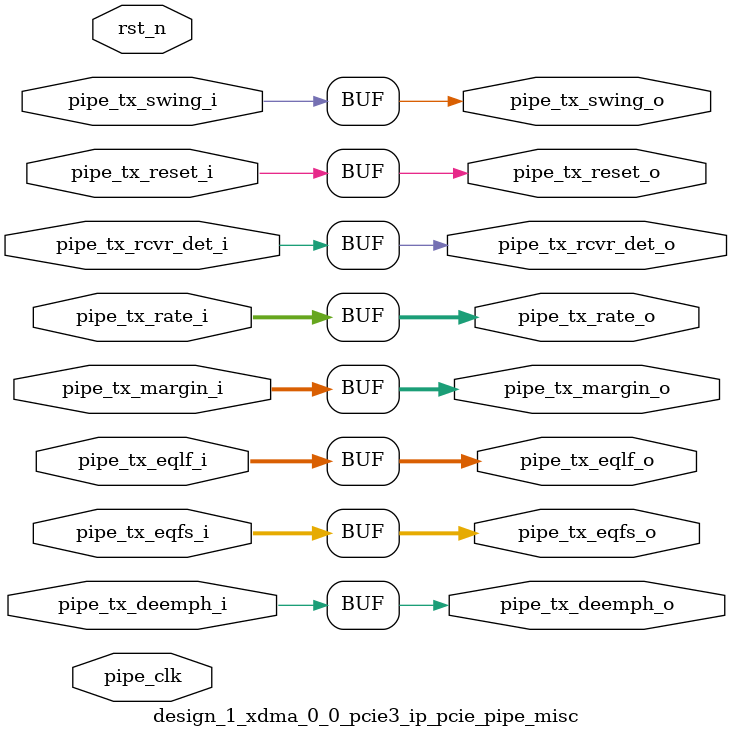
<source format=v>

`timescale 1ps/1ps

module design_1_xdma_0_0_pcie3_ip_pcie_pipe_misc #
(
  parameter        TCQ = 100,
  parameter        PIPE_PIPELINE_STAGES = 0    // 0 - 0 stages, 1 - 1 stage, 2 - 2 stages
) (

  input   wire        pipe_tx_rcvr_det_i      ,     // PIPE Tx Receiver Detect
  input   wire        pipe_tx_reset_i         ,     // PIPE Tx Reset
  input   wire [1:0]  pipe_tx_rate_i          ,     // PIPE Tx Rate
  input   wire        pipe_tx_deemph_i        ,     // PIPE Tx Deemphasis
  input   wire [2:0]  pipe_tx_margin_i        ,     // PIPE Tx Margin
  input   wire        pipe_tx_swing_i         ,     // PIPE Tx Swing
  input   wire [5:0]  pipe_tx_eqfs_i          ,     // PIPE Tx
  input   wire [5:0]  pipe_tx_eqlf_i          ,     // PIPE Tx
  output  wire        pipe_tx_rcvr_det_o      ,     // Pipelined PIPE Tx Receiver Detect
  output  wire        pipe_tx_reset_o         ,     // Pipelined PIPE Tx Reset
  output  wire [1:0]  pipe_tx_rate_o          ,     // Pipelined PIPE Tx Rate
  output  wire        pipe_tx_deemph_o        ,     // Pipelined PIPE Tx Deemphasis
  output  wire [2:0]  pipe_tx_margin_o        ,     // Pipelined PIPE Tx Margin
  output  wire        pipe_tx_swing_o         ,     // Pipelined PIPE Tx Swing
  output wire [5:0]  pipe_tx_eqfs_o           ,     // PIPE Tx
  output wire [5:0]  pipe_tx_eqlf_o           ,     // PIPE Tx

  input   wire        pipe_clk                ,     // PIPE Clock
  input   wire        rst_n                         // Reset
);

  //******************************************************************//
  // Reality check.                                                   //
  //******************************************************************//

  reg                pipe_tx_rcvr_det_q       ;
  reg                pipe_tx_reset_q          ;
  reg [1:0]          pipe_tx_rate_q           ;
  reg                pipe_tx_deemph_q         ;
  reg [2:0]          pipe_tx_margin_q         ;
  reg                pipe_tx_swing_q          ;
  reg                pipe_tx_eqfs_q          ;
  reg                pipe_tx_eqlf_q          ;

  reg                pipe_tx_rcvr_det_qq      ;
  reg                pipe_tx_reset_qq         ;
  reg [1:0]          pipe_tx_rate_qq          ;
  reg                pipe_tx_deemph_qq        ;
  reg [2:0]          pipe_tx_margin_qq        ;
  reg                pipe_tx_swing_qq         ;
  reg                pipe_tx_eqfs_qq          ;
  reg                pipe_tx_eqlf_qq          ;


  generate

  if (PIPE_PIPELINE_STAGES == 0) begin : pipe_stages_0

      assign pipe_tx_rcvr_det_o = pipe_tx_rcvr_det_i;
      assign pipe_tx_reset_o    = pipe_tx_reset_i;
      assign pipe_tx_rate_o     = pipe_tx_rate_i;
      assign pipe_tx_deemph_o   = pipe_tx_deemph_i;
      assign pipe_tx_margin_o   = pipe_tx_margin_i;
      assign pipe_tx_swing_o    = pipe_tx_swing_i;
      assign pipe_tx_eqfs_o     = pipe_tx_eqfs_i;
      assign pipe_tx_eqlf_o     = pipe_tx_eqlf_i;

  end // if (PIPE_PIPELINE_STAGES == 0)
  else if (PIPE_PIPELINE_STAGES == 1) begin : pipe_stages_1

    always @(posedge pipe_clk) begin

      if (!rst_n)
      begin

        pipe_tx_rcvr_det_q <= #TCQ 1'b0;
        pipe_tx_reset_q    <= #TCQ 1'b1;
        pipe_tx_rate_q     <= #TCQ 2'b0;
        pipe_tx_deemph_q   <= #TCQ 1'b1;
        pipe_tx_margin_q   <= #TCQ 3'b0;
        pipe_tx_swing_q    <= #TCQ 1'b0;
        pipe_tx_eqfs_q     <= #TCQ 5'b0;
        pipe_tx_eqlf_q     <= #TCQ 5'b0;

      end
      else
      begin

        pipe_tx_rcvr_det_q <= #TCQ pipe_tx_rcvr_det_i;
        pipe_tx_reset_q    <= #TCQ pipe_tx_reset_i;
        pipe_tx_rate_q     <= #TCQ pipe_tx_rate_i;
        pipe_tx_deemph_q   <= #TCQ pipe_tx_deemph_i;
        pipe_tx_margin_q   <= #TCQ pipe_tx_margin_i;
        pipe_tx_swing_q    <= #TCQ pipe_tx_swing_i;
        pipe_tx_eqfs_q     <= #TCQ pipe_tx_eqfs_i;
        pipe_tx_eqlf_q     <= #TCQ pipe_tx_eqlf_i;

      end

    end

    assign pipe_tx_rcvr_det_o = pipe_tx_rcvr_det_q;
    assign pipe_tx_reset_o    = pipe_tx_reset_q;
    assign pipe_tx_rate_o     = pipe_tx_rate_q;
    assign pipe_tx_deemph_o   = pipe_tx_deemph_q;
    assign pipe_tx_margin_o   = pipe_tx_margin_q;
    assign pipe_tx_swing_o    = pipe_tx_swing_q;
    assign pipe_tx_eqfs_o     = pipe_tx_eqfs_q;
    assign pipe_tx_eqlf_o     = pipe_tx_eqlf_q;

  end // if (PIPE_PIPELINE_STAGES == 1)
  else if (PIPE_PIPELINE_STAGES == 2) begin : pipe_stages_2

    always @(posedge pipe_clk) begin

      if (!rst_n)
      begin

        pipe_tx_rcvr_det_q  <= #TCQ 1'b0;
        pipe_tx_reset_q     <= #TCQ 1'b1;
        pipe_tx_rate_q      <= #TCQ 2'b0;
        pipe_tx_deemph_q    <= #TCQ 1'b1;
        pipe_tx_margin_q    <= #TCQ 1'b0;
        pipe_tx_swing_q     <= #TCQ 1'b0;
        pipe_tx_eqfs_q      <= #TCQ 5'b0;
        pipe_tx_eqlf_q      <= #TCQ 5'b0;

        pipe_tx_rcvr_det_qq <= #TCQ 1'b0;
        pipe_tx_reset_qq    <= #TCQ 1'b1;
        pipe_tx_rate_qq     <= #TCQ 2'b0;
        pipe_tx_deemph_qq   <= #TCQ 1'b1;
        pipe_tx_margin_qq   <= #TCQ 1'b0;
        pipe_tx_swing_qq    <= #TCQ 1'b0;
        pipe_tx_eqfs_qq     <= #TCQ 5'b0;
        pipe_tx_eqlf_qq     <= #TCQ 5'b0;

      end
      else
      begin

        pipe_tx_rcvr_det_q  <= #TCQ pipe_tx_rcvr_det_i;
        pipe_tx_reset_q     <= #TCQ pipe_tx_reset_i;
        pipe_tx_rate_q      <= #TCQ pipe_tx_rate_i;
        pipe_tx_deemph_q    <= #TCQ pipe_tx_deemph_i;
        pipe_tx_margin_q    <= #TCQ pipe_tx_margin_i;
        pipe_tx_swing_q     <= #TCQ pipe_tx_swing_i;
        pipe_tx_eqfs_q      <= #TCQ pipe_tx_eqfs_i;
        pipe_tx_eqlf_q      <= #TCQ pipe_tx_eqlf_i;

        pipe_tx_rcvr_det_qq <= #TCQ pipe_tx_rcvr_det_q;
        pipe_tx_reset_qq    <= #TCQ pipe_tx_reset_q;
        pipe_tx_rate_qq     <= #TCQ pipe_tx_rate_q;
        pipe_tx_deemph_qq   <= #TCQ pipe_tx_deemph_q;
        pipe_tx_margin_qq   <= #TCQ pipe_tx_margin_q;
        pipe_tx_swing_qq    <= #TCQ pipe_tx_swing_q;
        pipe_tx_eqfs_qq     <= #TCQ pipe_tx_eqfs_q;
        pipe_tx_eqlf_qq     <= #TCQ pipe_tx_eqlf_q;

      end

    end

    assign pipe_tx_rcvr_det_o = pipe_tx_rcvr_det_qq;
    assign pipe_tx_reset_o    = pipe_tx_reset_qq;
    assign pipe_tx_rate_o     = pipe_tx_rate_qq;
    assign pipe_tx_deemph_o   = pipe_tx_deemph_qq;
    assign pipe_tx_margin_o   = pipe_tx_margin_qq;
    assign pipe_tx_swing_o    = pipe_tx_swing_qq;
    assign pipe_tx_eqfs_o     = pipe_tx_eqfs_qq;
    assign pipe_tx_eqlf_o     = pipe_tx_eqlf_qq;

  end // if (PIPE_PIPELINE_STAGES == 2)

  // Default to zero pipeline stages if PIPE_PIPELINE_STAGES != 0,1,2
  else begin
    assign pipe_tx_rcvr_det_o = pipe_tx_rcvr_det_i;
    assign pipe_tx_reset_o    = pipe_tx_reset_i;
    assign pipe_tx_rate_o     = pipe_tx_rate_i;
    assign pipe_tx_deemph_o   = pipe_tx_deemph_i;
    assign pipe_tx_margin_o   = pipe_tx_margin_i;
    assign pipe_tx_swing_o    = pipe_tx_swing_i;
    assign pipe_tx_eqfs_o     = pipe_tx_eqfs_i;
    assign pipe_tx_eqlf_o     = pipe_tx_eqlf_i;
  end
  endgenerate

endmodule


</source>
